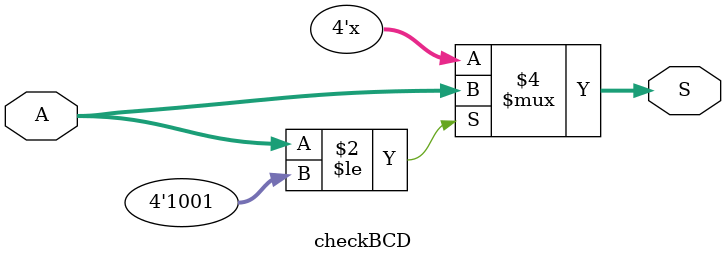
<source format=v>
`timescale 1ns / 1ps
module checkBCD(A,S);

input [3:0]A;
output [3:0]S;
reg [3:0]S;
		
always @(A)

begin

	if (A<= 4'b1001)
	
		S = A;
		
	else
	
		S = 4'bxxxx;
		
end
endmodule

</source>
